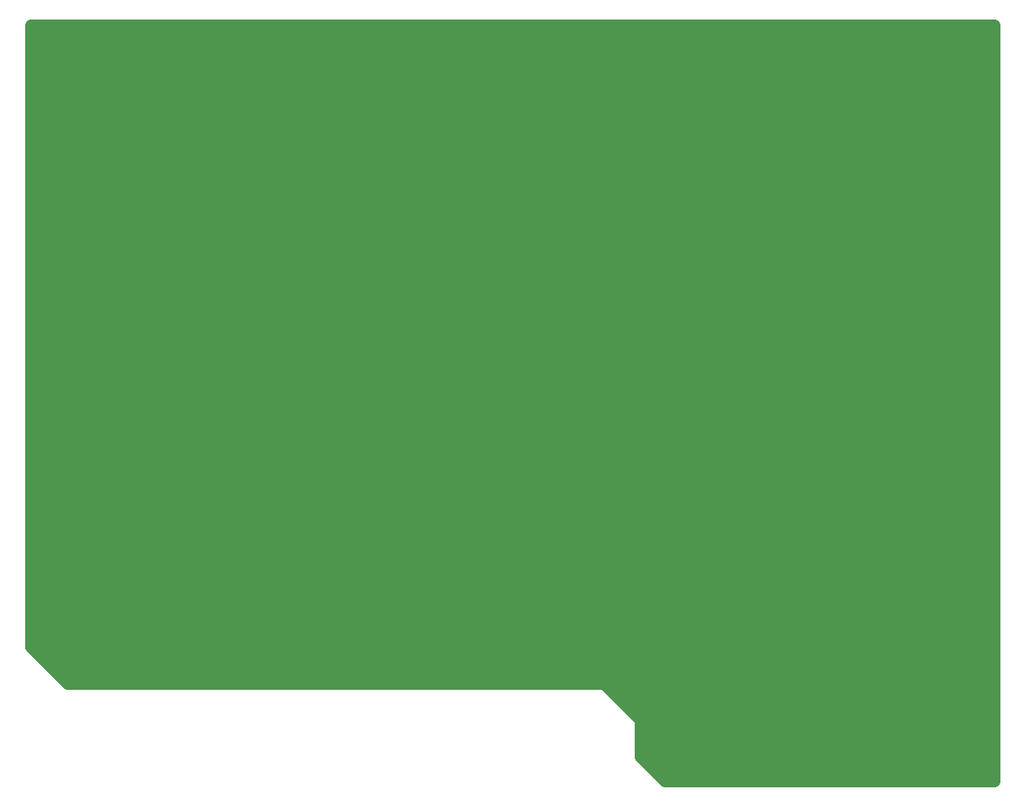
<source format=gbr>
G75*
%MOIN*%
%OFA0B0*%
%FSLAX25Y25*%
%IPPOS*%
%LPD*%
%AMOC8*
5,1,8,0,0,1.08239X$1,22.5*
%
%ADD10C,0.05000*%
D10*
X0018500Y0043500D02*
X0003500Y0058500D01*
X0003500Y0313500D01*
X0398500Y0313500D01*
X0398500Y0003500D01*
X0263500Y0003500D01*
X0253500Y0013500D01*
X0253500Y0028500D01*
X0238500Y0043500D01*
X0018500Y0043500D01*
X0013515Y0048485D02*
X0398500Y0048485D01*
X0398500Y0053484D02*
X0008516Y0053484D01*
X0003518Y0058482D02*
X0398500Y0058482D01*
X0398500Y0063481D02*
X0003500Y0063481D01*
X0003500Y0068479D02*
X0398500Y0068479D01*
X0398500Y0073478D02*
X0003500Y0073478D01*
X0003500Y0078476D02*
X0398500Y0078476D01*
X0398500Y0083475D02*
X0003500Y0083475D01*
X0003500Y0088473D02*
X0398500Y0088473D01*
X0398500Y0093472D02*
X0003500Y0093472D01*
X0003500Y0098470D02*
X0398500Y0098470D01*
X0398500Y0103469D02*
X0003500Y0103469D01*
X0003500Y0108467D02*
X0398500Y0108467D01*
X0398500Y0113466D02*
X0003500Y0113466D01*
X0003500Y0118464D02*
X0398500Y0118464D01*
X0398500Y0123463D02*
X0003500Y0123463D01*
X0003500Y0128461D02*
X0398500Y0128461D01*
X0398500Y0133460D02*
X0003500Y0133460D01*
X0003500Y0138458D02*
X0398500Y0138458D01*
X0398500Y0143457D02*
X0003500Y0143457D01*
X0003500Y0148455D02*
X0398500Y0148455D01*
X0398500Y0153454D02*
X0003500Y0153454D01*
X0003500Y0158452D02*
X0398500Y0158452D01*
X0398500Y0163451D02*
X0003500Y0163451D01*
X0003500Y0168449D02*
X0398500Y0168449D01*
X0398500Y0173448D02*
X0003500Y0173448D01*
X0003500Y0178446D02*
X0398500Y0178446D01*
X0398500Y0183445D02*
X0003500Y0183445D01*
X0003500Y0188443D02*
X0398500Y0188443D01*
X0398500Y0193442D02*
X0003500Y0193442D01*
X0003500Y0198440D02*
X0398500Y0198440D01*
X0398500Y0203439D02*
X0003500Y0203439D01*
X0003500Y0208437D02*
X0398500Y0208437D01*
X0398500Y0213436D02*
X0003500Y0213436D01*
X0003500Y0218434D02*
X0398500Y0218434D01*
X0398500Y0223433D02*
X0003500Y0223433D01*
X0003500Y0228432D02*
X0398500Y0228432D01*
X0398500Y0233430D02*
X0003500Y0233430D01*
X0003500Y0238429D02*
X0398500Y0238429D01*
X0398500Y0243427D02*
X0003500Y0243427D01*
X0003500Y0248426D02*
X0398500Y0248426D01*
X0398500Y0253424D02*
X0003500Y0253424D01*
X0003500Y0258423D02*
X0398500Y0258423D01*
X0398500Y0263421D02*
X0003500Y0263421D01*
X0003500Y0268420D02*
X0398500Y0268420D01*
X0398500Y0273418D02*
X0003500Y0273418D01*
X0003500Y0278417D02*
X0398500Y0278417D01*
X0398500Y0283415D02*
X0003500Y0283415D01*
X0003500Y0288414D02*
X0398500Y0288414D01*
X0398500Y0293412D02*
X0003500Y0293412D01*
X0003500Y0298411D02*
X0398500Y0298411D01*
X0398500Y0303409D02*
X0003500Y0303409D01*
X0003500Y0308408D02*
X0398500Y0308408D01*
X0398500Y0313406D02*
X0003500Y0313406D01*
X0238513Y0043487D02*
X0398500Y0043487D01*
X0398500Y0038488D02*
X0243512Y0038488D01*
X0248510Y0033490D02*
X0398500Y0033490D01*
X0398500Y0028491D02*
X0253500Y0028491D01*
X0253500Y0023493D02*
X0398500Y0023493D01*
X0398500Y0018494D02*
X0253500Y0018494D01*
X0253504Y0013496D02*
X0398500Y0013496D01*
X0398500Y0008497D02*
X0258503Y0008497D01*
M02*

</source>
